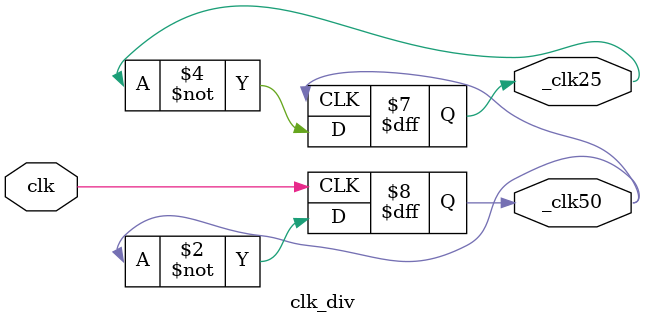
<source format=v>
`timescale 1ns / 1ps


module clk_div(
    input clk,
    output reg _clk50 = 0,
    output reg _clk25 = 0
);

    always @(posedge clk) begin
        _clk50 = ~_clk50;      
    end
    always  @(posedge _clk50) begin
        _clk25 =  ~_clk25;
    end
endmodule
</source>
